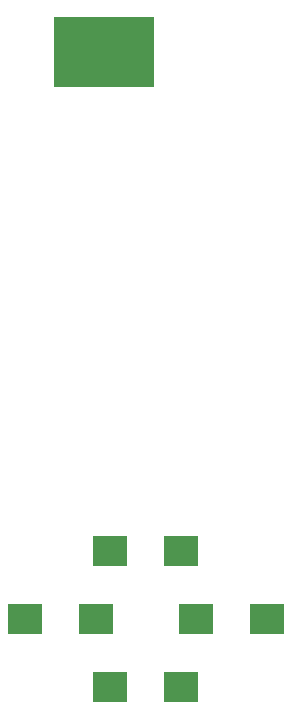
<source format=gbr>
%TF.GenerationSoftware,KiCad,Pcbnew,7.0.7-7.0.7~ubuntu22.04.1*%
%TF.CreationDate,2023-11-01T16:15:55-07:00*%
%TF.ProjectId,Wardriver-PCB,57617264-7269-4766-9572-2d5043422e6b,rev?*%
%TF.SameCoordinates,Original*%
%TF.FileFunction,Paste,Top*%
%TF.FilePolarity,Positive*%
%FSLAX46Y46*%
G04 Gerber Fmt 4.6, Leading zero omitted, Abs format (unit mm)*
G04 Created by KiCad (PCBNEW 7.0.7-7.0.7~ubuntu22.04.1) date 2023-11-01 16:15:55*
%MOMM*%
%LPD*%
G01*
G04 APERTURE LIST*
%ADD10R,8.500000X6.000000*%
%ADD11R,3.000000X2.500000*%
G04 APERTURE END LIST*
D10*
%TO.C,REF\u002A\u002A*%
X-3500000Y26600000D03*
%TD*%
D11*
%TO.C,SW4*%
X3000000Y-27125000D03*
X-3000000Y-27155000D03*
%TD*%
%TO.C,SW3*%
X10250000Y-21375000D03*
X4250000Y-21405000D03*
%TD*%
%TO.C,SW1*%
X-3000000Y-15655000D03*
X3000000Y-15625000D03*
%TD*%
%TO.C,SW2*%
X-10250000Y-21405000D03*
X-4250000Y-21375000D03*
%TD*%
M02*

</source>
